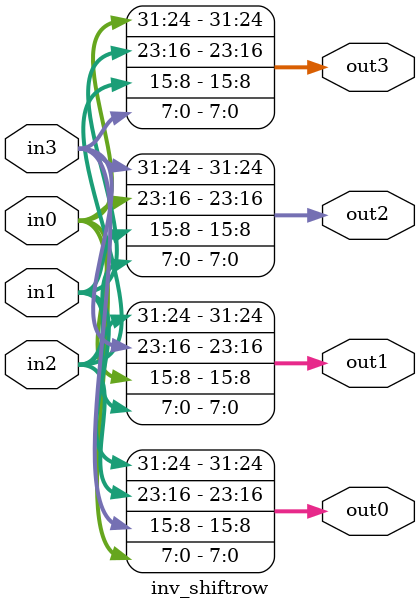
<source format=sv>
module inv_shiftrow(in0,in1,in2,in3,out0,out1,out2,out3);
        input [31:0]in0,in1,in2,in3;
        output [31:0]out0,out1,out2,out3;

        assign  out0[7:0] = in0[7:0];
        assign  out1[7:0] = in1[7:0];
        assign  out2[7:0] = in2[7:0];
        assign  out3[7:0] = in3[7:0];
        assign  out0[15:8] = in3[15:8];
        assign  out1[15:8] = in0[15:8];
        assign  out2[15:8] = in1[15:8];
        assign  out3[15:8] = in2[15:8];
        assign  out0[23:16] = in2[23:16];
        assign  out1[23:16] = in3[23:16];
        assign  out2[23:16] = in0[23:16];
        assign  out3[23:16] = in1[23:16];
        assign  out0[31:24] = in1[31:24];
        assign   out1[31:24] = in2[31:24];
        assign  out2[31:24] = in3[31:24];
        assign  out3[31:24] = in0[31:24];

endmodule


</source>
